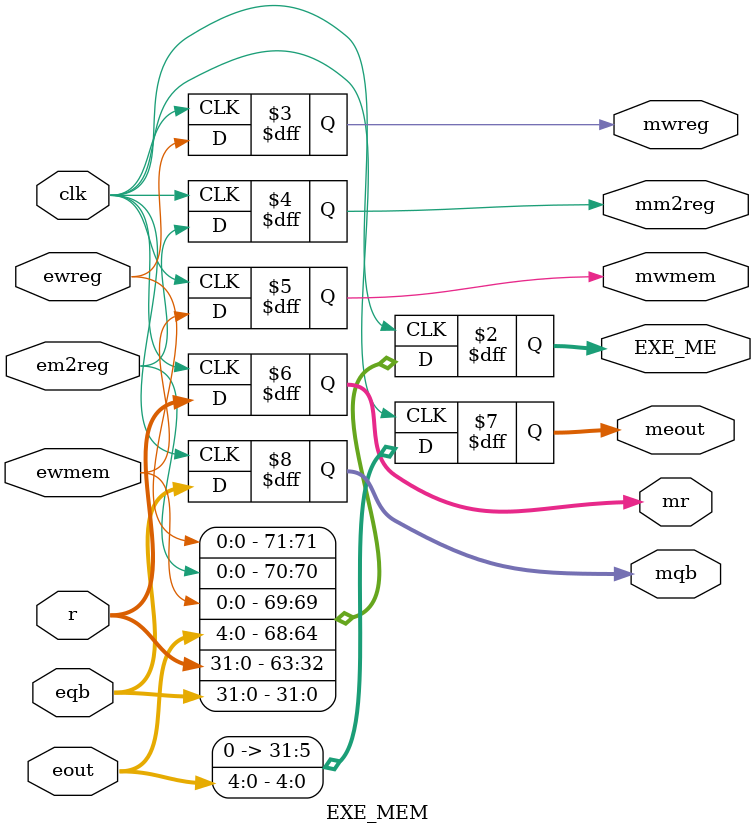
<source format=v>
module EXE_MEM(clk, ewreg, em2reg, ewmem, eout, r, eqb, EXE_ME, mwreg, mm2reg, mwmem, mr, meout, mqb);
    input clk;
    input ewreg, em2reg, ewmem;
    input [4:0] eout;
    input [31:0] r;
    input [31:0] eqb;
    output reg [71:0] EXE_ME;
    output reg mwreg;
    output reg mm2reg;
    output reg mwmem;
    output reg [31:0] mr;
    output reg [31:0] meout;
    output reg [31:0] mqb;
    always @ (posedge clk) begin
        EXE_ME <= {ewreg, em2reg, ewmem, eout, r, eqb};    
        mwreg <= ewreg;
        mm2reg <= em2reg;
        mwmem <= ewmem;
        mr <= r;
        meout <= eout;
        mqb <= eqb;
    end

endmodule

</source>
